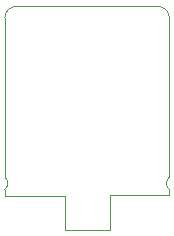
<source format=gbr>
%TF.GenerationSoftware,KiCad,Pcbnew,8.0.4*%
%TF.CreationDate,2024-07-28T22:04:52+02:00*%
%TF.ProjectId,miniCO2,6d696e69-434f-4322-9e6b-696361645f70,rev?*%
%TF.SameCoordinates,Original*%
%TF.FileFunction,Profile,NP*%
%FSLAX46Y46*%
G04 Gerber Fmt 4.6, Leading zero omitted, Abs format (unit mm)*
G04 Created by KiCad (PCBNEW 8.0.4) date 2024-07-28 22:04:52*
%MOMM*%
%LPD*%
G01*
G04 APERTURE LIST*
%TA.AperFunction,Profile*%
%ADD10C,0.100000*%
%TD*%
G04 APERTURE END LIST*
D10*
X147447000Y-78994000D02*
G75*
G02*
X148447028Y-79994428I28J-1000000D01*
G01*
X134509000Y-79993834D02*
G75*
G02*
X135509000Y-78994034I999966J-166D01*
G01*
X148443642Y-94511124D02*
X148447428Y-94996000D01*
X148446169Y-94508079D02*
G75*
G02*
X148447428Y-93447751I439388J529643D01*
G01*
X134509165Y-94510685D02*
X134509166Y-95021400D01*
X134506762Y-93447312D02*
G75*
G02*
X134509165Y-94510685I-441916J-532688D01*
G01*
X148447000Y-79994428D02*
X148447428Y-93447751D01*
X139573000Y-95021400D02*
X139573000Y-97917000D01*
X134509166Y-95021400D02*
X139573000Y-95021400D01*
X139573000Y-97917000D02*
X143383000Y-97917000D01*
X134506762Y-93447312D02*
X134509000Y-79993834D01*
X143383000Y-97917000D02*
X143383000Y-94996000D01*
X143383000Y-94996000D02*
X148447428Y-94996000D01*
X135509000Y-78994000D02*
X147447000Y-78994000D01*
M02*

</source>
